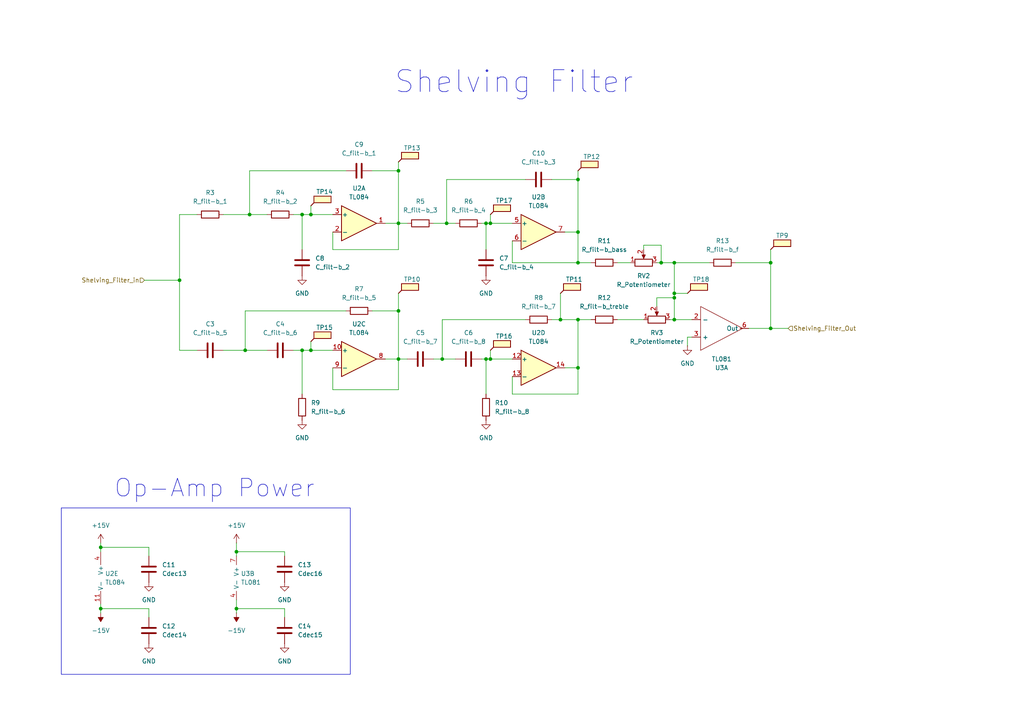
<source format=kicad_sch>
(kicad_sch (version 20231120) (generator "eeschema") (generator_version "8.0")
  (paper "A4")
  (lib_symbols
    (symbol "Amplifier_Operational:TL084" (pin_names (offset 0.127))
      (property "Reference" "U" (at 0 5.08 0))
      (property "Value" "TL084" (at 0 -5.08 0))
      (symbol "TL084_1_1"
        (polyline (pts (xy -5.08 5.08) (xy 5.08 0) (xy -5.08 -5.08) (xy -5.08 5.08)) (stroke (width 0.254)) (fill (type background)))
        (pin output line (at 7.62 0 180) (length 2.54) (name "~") (number "1"))
        (pin input line (at -7.62 -2.54 0) (length 2.54) (name "-") (number "2"))
        (pin input line (at -7.62 2.54 0) (length 2.54) (name "+") (number "3"))
      )
      (symbol "TL084_2_1"
        (polyline (pts (xy -5.08 5.08) (xy 5.08 0) (xy -5.08 -5.08) (xy -5.08 5.08)) (stroke (width 0.254)) (fill (type background)))
        (pin input line (at -7.62 2.54 0) (length 2.54) (name "+") (number "5"))
        (pin input line (at -7.62 -2.54 0) (length 2.54) (name "-") (number "6"))
        (pin output line (at 7.62 0 180) (length 2.54) (name "~") (number "7"))
      )
      (symbol "TL084_3_1"
        (polyline (pts (xy -5.08 5.08) (xy 5.08 0) (xy -5.08 -5.08) (xy -5.08 5.08)) (stroke (width 0.254)) (fill (type background)))
        (pin input line (at -7.62 2.54 0) (length 2.54) (name "+") (number "10"))
        (pin output line (at 7.62 0 180) (length 2.54) (name "~") (number "8"))
        (pin input line (at -7.62 -2.54 0) (length 2.54) (name "-") (number "9"))
      )
      (symbol "TL084_4_1"
        (polyline (pts (xy -5.08 5.08) (xy 5.08 0) (xy -5.08 -5.08) (xy -5.08 5.08)) (stroke (width 0.254)) (fill (type background)))
        (pin input line (at -7.62 2.54 0) (length 2.54) (name "+") (number "12"))
        (pin input line (at -7.62 -2.54 0) (length 2.54) (name "-") (number "13"))
        (pin output line (at 7.62 0 180) (length 2.54) (name "~") (number "14"))
      )
      (symbol "TL084_5_1"
        (pin power_in line (at -2.54 -7.62 90) (length 3.81) (name "V-") (number "11"))
        (pin power_in line (at -2.54 7.62 270) (length 3.81) (name "V+") (number "4"))
      )
    )
    (symbol "Connector:TestPoint_Flag" (pin_numbers hide) (pin_names (offset 0.762) hide)
      (property "Reference" "TP" (at 3.429 1.778 0))
      (property "Value" "TestPoint_Flag" (at 3.302 4.191 0))
      (symbol "TestPoint_Flag_0_1"
        (polyline (pts (xy 0 0) (xy 0.889 0.889)) (stroke (width 0.254)))
        (rectangle (start 0.889 2.794) (end 5.842 0.889) (stroke (width 0.254)) (fill (type background)))
      )
      (symbol "TestPoint_Flag_1_1"
        (pin passive line (at 0 0 90) (length 0) (name "1") (number "1"))
      )
    )
    (symbol "Custom_parts:TL081"
      (property "Reference" "U" (at 5.08 10.922 0))
      (property "Value" "TL081" (at 5.334 8.636 0))
      (symbol "TL081_1_1"
        (polyline (pts (xy 0 6.35) (xy 0 -6.35) (xy 12.192 0) (xy 0 6.35)))
        (pin no_connect line (at 2.54 -7.62 90) (length 2.54) hide (name "NC") (number "1"))
        (pin input line (at -2.54 -2.54 0) (length 2.54) (name "-") (number "2"))
        (pin input line (at -2.54 2.54 0) (length 2.54) (name "+") (number "3"))
        (pin no_connect line (at 7.62 -5.08 90) (length 2.54) hide (name "NC") (number "5"))
        (pin bidirectional line (at 13.97 0 180) (length 2.54) (name "Out") (number "6"))
        (pin no_connect line (at 2.54 7.62 270) (length 2.54) hide (name "NC") (number "8"))
      )
      (symbol "TL081_2_1"
        (pin power_in line (at 0 -6.35 90) (length 2.54) (name "V-") (number "4"))
        (pin power_in line (at 0 6.35 270) (length 2.54) (name "V+") (number "7"))
      )
    )
    (symbol "Device:C" (pin_numbers hide) (pin_names (offset 0.254))
      (property "Reference" "C" (at 0.635 2.54 0))
      (property "Value" "C" (at 0.635 -2.54 0))
      (symbol "C_0_1"
        (polyline (pts (xy -2.032 -0.762) (xy 2.032 -0.762)) (stroke (width 0.508)))
        (polyline (pts (xy -2.032 0.762) (xy 2.032 0.762)) (stroke (width 0.508)))
      )
      (symbol "C_1_1"
        (pin passive line (at 0 3.81 270) (length 2.794) (name "~") (number "1"))
        (pin passive line (at 0 -3.81 90) (length 2.794) (name "~") (number "2"))
      )
    )
    (symbol "Device:R" (pin_numbers hide) (pin_names (offset 0))
      (property "Reference" "R" (at 2.032 0 90))
      (property "Value" "R" (at 0 0 90))
      (symbol "R_0_1"
        (rectangle (start -1.016 -2.54) (end 1.016 2.54) (stroke (width 0.254)))
      )
      (symbol "R_1_1"
        (pin passive line (at 0 3.81 270) (length 1.27) (name "~") (number "1"))
        (pin passive line (at 0 -3.81 90) (length 1.27) (name "~") (number "2"))
      )
    )
    (symbol "Device:R_Potentiometer" (pin_names (offset 1.016) hide)
      (property "Reference" "RV" (at -4.445 0 90))
      (property "Value" "R_Potentiometer" (at -2.54 0 90))
      (symbol "R_Potentiometer_0_1"
        (polyline (pts (xy 2.54 0) (xy 1.524 0)))
        (polyline (pts (xy 1.143 0) (xy 2.286 0.508) (xy 2.286 -0.508) (xy 1.143 0)) (fill (type outline)))
        (rectangle (start 1.016 2.54) (end -1.016 -2.54) (stroke (width 0.254)))
      )
      (symbol "R_Potentiometer_1_1"
        (pin passive line (at 0 3.81 270) (length 1.27) (name "1") (number "1"))
        (pin passive line (at 3.81 0 180) (length 1.27) (name "2") (number "2"))
        (pin passive line (at 0 -3.81 90) (length 1.27) (name "3") (number "3"))
      )
    )
    (symbol "power:+15V" (power) (pin_numbers hide) (pin_names (offset 0) hide)
      (property "Value" "+15V" (at 0 3.556 0))
      (symbol "+15V_0_1"
        (polyline (pts (xy -0.762 1.27) (xy 0 2.54)))
        (polyline (pts (xy 0 0) (xy 0 2.54)))
        (polyline (pts (xy 0 2.54) (xy 0.762 1.27)))
      )
      (symbol "+15V_1_1"
        (pin power_in line (at 0 0 90) (length 0) (name "~") (number "1"))
      )
    )
    (symbol "power:-15V" (power) (pin_numbers hide) (pin_names (offset 0) hide)
      (property "Value" "-15V" (at 0 3.556 0))
      (symbol "-15V_0_0"
        (pin power_in line (at 0 0 90) (length 0) (name "~") (number "1"))
      )
      (symbol "-15V_0_1"
        (polyline (pts (xy 0 0) (xy 0 1.27) (xy 0.762 1.27) (xy 0 2.54) (xy -0.762 1.27) (xy 0 1.27)) (fill (type outline)))
      )
    )
    (symbol "power:GND" (power) (pin_numbers hide) (pin_names (offset 0) hide)
      (property "Value" "GND" (at 0 -3.81 0))
      (symbol "GND_0_1"
        (polyline (pts (xy 0 0) (xy 0 -1.27) (xy 1.27 -1.27) (xy 0 -2.54) (xy -1.27 -1.27) (xy 0 -1.27)))
      )
      (symbol "GND_1_1"
        (pin power_in line (at 0 0 270) (length 0) (name "~") (number "1"))
      )
    )
  )
  (junction (at 72.39 62.23))
  (junction (at 90.17 101.6))
  (junction (at 87.63 101.6))
  (junction (at 167.64 92.71))
  (junction (at 52.07 81.28))
  (junction (at 162.56 92.71))
  (junction (at 195.58 85.09))
  (junction (at 167.64 76.2))
  (junction (at 87.63 62.23))
  (junction (at 115.57 104.14))
  (junction (at 142.24 104.14))
  (junction (at 195.58 92.71))
  (junction (at 29.21 158.75))
  (junction (at 128.27 104.14))
  (junction (at 167.64 67.31))
  (junction (at 195.58 76.2))
  (junction (at 115.57 64.77))
  (junction (at 142.24 64.77))
  (junction (at 129.54 64.77))
  (junction (at 223.52 76.2))
  (junction (at 29.21 176.53))
  (junction (at 68.58 160.02))
  (junction (at 167.64 106.68))
  (junction (at 140.97 104.14))
  (junction (at 140.97 64.77))
  (junction (at 191.77 76.2))
  (junction (at 115.57 90.17))
  (junction (at 223.52 95.25))
  (junction (at 195.58 86.36))
  (junction (at 68.58 176.53))
  (junction (at 167.64 52.07))
  (junction (at 90.17 62.23))
  (junction (at 115.57 49.53))
  (junction (at 71.12 101.6))
  (wire (pts (xy 167.64 76.2) (xy 171.45 76.2)))
  (wire (pts (xy 152.4 52.07) (xy 129.54 52.07)))
  (wire (pts (xy 85.09 101.6) (xy 87.63 101.6)))
  (wire (pts (xy 115.57 104.14) (xy 118.11 104.14)))
  (wire (pts (xy 199.39 97.79) (xy 200.66 97.79)))
  (wire (pts (xy 52.07 62.23) (xy 57.15 62.23)))
  (wire (pts (xy 179.07 76.2) (xy 182.88 76.2)))
  (wire (pts (xy 85.09 62.23) (xy 87.63 62.23)))
  (wire (pts (xy 43.18 158.75) (xy 29.21 158.75)))
  (wire (pts (xy 140.97 104.14) (xy 140.97 114.3)))
  (wire (pts (xy 68.58 176.53) (xy 68.58 173.99)))
  (wire (pts (xy 82.55 160.02) (xy 68.58 160.02)))
  (wire (pts (xy 72.39 49.53) (xy 72.39 62.23)))
  (wire (pts (xy 140.97 104.14) (xy 142.24 104.14)))
  (wire (pts (xy 142.24 64.77) (xy 148.59 64.77)))
  (wire (pts (xy 43.18 176.53) (xy 29.21 176.53)))
  (wire (pts (xy 43.18 161.29) (xy 43.18 158.75)))
  (wire (pts (xy 115.57 104.14) (xy 111.76 104.14)))
  (wire (pts (xy 195.58 76.2) (xy 205.74 76.2)))
  (wire (pts (xy 96.52 67.31) (xy 96.52 72.39)))
  (wire (pts (xy 191.77 76.2) (xy 195.58 76.2)))
  (wire (pts (xy 195.58 86.36) (xy 195.58 92.71)))
  (wire (pts (xy 52.07 81.28) (xy 41.91 81.28)))
  (wire (pts (xy 186.69 71.12) (xy 191.77 71.12)))
  (wire (pts (xy 129.54 64.77) (xy 132.08 64.77)))
  (wire (pts (xy 179.07 92.71) (xy 186.69 92.71)))
  (wire (pts (xy 96.52 106.68) (xy 96.52 113.03)))
  (wire (pts (xy 72.39 62.23) (xy 77.47 62.23)))
  (wire (pts (xy 167.64 52.07) (xy 167.64 67.31)))
  (wire (pts (xy 71.12 90.17) (xy 71.12 101.6)))
  (wire (pts (xy 160.02 52.07) (xy 167.64 52.07)))
  (wire (pts (xy 52.07 101.6) (xy 57.15 101.6)))
  (wire (pts (xy 167.64 106.68) (xy 163.83 106.68)))
  (wire (pts (xy 199.39 100.33) (xy 199.39 97.79)))
  (wire (pts (xy 139.7 64.77) (xy 140.97 64.77)))
  (wire (pts (xy 96.52 113.03) (xy 115.57 113.03)))
  (wire (pts (xy 96.52 72.39) (xy 115.57 72.39)))
  (wire (pts (xy 128.27 92.71) (xy 128.27 104.14)))
  (wire (pts (xy 87.63 101.6) (xy 90.17 101.6)))
  (wire (pts (xy 115.57 49.53) (xy 115.57 64.77)))
  (wire (pts (xy 195.58 85.09) (xy 195.58 86.36)))
  (wire (pts (xy 160.02 92.71) (xy 162.56 92.71)))
  (wire (pts (xy 29.21 158.75) (xy 29.21 160.02)))
  (wire (pts (xy 142.24 62.23) (xy 142.24 64.77)))
  (wire (pts (xy 190.5 76.2) (xy 191.77 76.2)))
  (wire (pts (xy 162.56 85.09) (xy 162.56 92.71)))
  (wire (pts (xy 125.73 64.77) (xy 129.54 64.77)))
  (wire (pts (xy 190.5 86.36) (xy 195.58 86.36)))
  (wire (pts (xy 68.58 177.8) (xy 68.58 176.53)))
  (wire (pts (xy 167.64 67.31) (xy 163.83 67.31)))
  (wire (pts (xy 190.5 88.9) (xy 190.5 86.36)))
  (wire (pts (xy 100.33 49.53) (xy 72.39 49.53)))
  (wire (pts (xy 223.52 95.25) (xy 228.6 95.25)))
  (wire (pts (xy 115.57 46.99) (xy 115.57 49.53)))
  (wire (pts (xy 43.18 179.07) (xy 43.18 176.53)))
  (wire (pts (xy 191.77 71.12) (xy 191.77 76.2)))
  (wire (pts (xy 162.56 92.71) (xy 167.64 92.71)))
  (wire (pts (xy 82.55 179.07) (xy 82.55 176.53)))
  (wire (pts (xy 152.4 92.71) (xy 128.27 92.71)))
  (wire (pts (xy 148.59 114.3) (xy 167.64 114.3)))
  (wire (pts (xy 52.07 81.28) (xy 52.07 101.6)))
  (wire (pts (xy 115.57 64.77) (xy 118.11 64.77)))
  (wire (pts (xy 167.64 114.3) (xy 167.64 106.68)))
  (wire (pts (xy 167.64 92.71) (xy 167.64 106.68)))
  (wire (pts (xy 167.64 76.2) (xy 167.64 67.31)))
  (wire (pts (xy 213.36 76.2) (xy 223.52 76.2)))
  (wire (pts (xy 64.77 62.23) (xy 72.39 62.23)))
  (wire (pts (xy 115.57 113.03) (xy 115.57 104.14)))
  (wire (pts (xy 194.31 92.71) (xy 195.58 92.71)))
  (wire (pts (xy 82.55 176.53) (xy 68.58 176.53)))
  (wire (pts (xy 115.57 64.77) (xy 111.76 64.77)))
  (wire (pts (xy 148.59 76.2) (xy 167.64 76.2)))
  (wire (pts (xy 87.63 62.23) (xy 87.63 72.39)))
  (wire (pts (xy 223.52 72.39) (xy 223.52 76.2)))
  (wire (pts (xy 107.95 49.53) (xy 115.57 49.53)))
  (wire (pts (xy 29.21 177.8) (xy 29.21 176.53)))
  (wire (pts (xy 195.58 92.71) (xy 200.66 92.71)))
  (wire (pts (xy 87.63 101.6) (xy 87.63 114.3)))
  (wire (pts (xy 68.58 157.48) (xy 68.58 160.02)))
  (wire (pts (xy 68.58 160.02) (xy 68.58 161.29)))
  (wire (pts (xy 115.57 85.09) (xy 115.57 90.17)))
  (wire (pts (xy 125.73 104.14) (xy 128.27 104.14)))
  (wire (pts (xy 71.12 101.6) (xy 77.47 101.6)))
  (wire (pts (xy 142.24 104.14) (xy 148.59 104.14)))
  (wire (pts (xy 195.58 76.2) (xy 195.58 85.09)))
  (wire (pts (xy 128.27 104.14) (xy 132.08 104.14)))
  (wire (pts (xy 29.21 176.53) (xy 29.21 175.26)))
  (wire (pts (xy 223.52 76.2) (xy 223.52 95.25)))
  (wire (pts (xy 90.17 59.69) (xy 90.17 62.23)))
  (wire (pts (xy 90.17 62.23) (xy 96.52 62.23)))
  (wire (pts (xy 52.07 62.23) (xy 52.07 81.28)))
  (wire (pts (xy 100.33 90.17) (xy 71.12 90.17)))
  (wire (pts (xy 199.39 85.09) (xy 195.58 85.09)))
  (wire (pts (xy 140.97 64.77) (xy 142.24 64.77)))
  (wire (pts (xy 139.7 104.14) (xy 140.97 104.14)))
  (wire (pts (xy 90.17 99.06) (xy 90.17 101.6)))
  (wire (pts (xy 107.95 90.17) (xy 115.57 90.17)))
  (wire (pts (xy 90.17 101.6) (xy 96.52 101.6)))
  (wire (pts (xy 29.21 157.48) (xy 29.21 158.75)))
  (wire (pts (xy 87.63 62.23) (xy 90.17 62.23)))
  (wire (pts (xy 64.77 101.6) (xy 71.12 101.6)))
  (wire (pts (xy 148.59 69.85) (xy 148.59 76.2)))
  (wire (pts (xy 167.64 92.71) (xy 171.45 92.71)))
  (wire (pts (xy 167.64 49.53) (xy 167.64 52.07)))
  (wire (pts (xy 186.69 72.39) (xy 186.69 71.12)))
  (wire (pts (xy 115.57 90.17) (xy 115.57 104.14)))
  (wire (pts (xy 142.24 101.6) (xy 142.24 104.14)))
  (wire (pts (xy 129.54 52.07) (xy 129.54 64.77)))
  (wire (pts (xy 148.59 109.22) (xy 148.59 114.3)))
  (wire (pts (xy 223.52 95.25) (xy 217.17 95.25)))
  (wire (pts (xy 115.57 72.39) (xy 115.57 64.77)))
  (wire (pts (xy 82.55 161.29) (xy 82.55 160.02)))
  (wire (pts (xy 140.97 64.77) (xy 140.97 72.39)))
  (rectangle (start 17.78 147.32) (end 101.6 195.58))
  (text "Op-Amp Power" (at 62.23 141.732 0) (effects (font (size 5.08 5.08))))
  (text "Shelving Filter" (at 149.098 23.876 0) (effects (font (size 6.35 6.35))))
  (hierarchical_label "Shelving_Filter_Out" (shape input) (at 228.6 95.25 0))
  (hierarchical_label "Shelving_Filter_in" (shape input) (at 41.91 81.28 180))
  (symbol (lib_id "Device:R") (at 140.97 118.11 180) (unit 1)
    (property "Reference" "R10" (at 143.51 116.8399 0) (effects (justify right)))
    (property "Value" "R_filt-b_8" (at 143.51 119.3799 0) (effects (justify right)))
    (property "Footprint" "Resistor_THT:R_Axial_DIN0207_L6.3mm_D2.5mm_P10.16mm_Horizontal" (effects (hide yes)))
    (property "Description" "Resistor" (effects (hide yes)))
  )
  (symbol (lib_id "Connector:TestPoint_Flag") (at 90.17 59.69 0) (unit 1)
    (property "Reference" "TP14" (at 91.694 55.626 0) (effects (justify left)))
    (property "Value" "TestPoint_Flag" (effects (hide yes)))
    (property "Footprint" "TestPoint:TestPoint_Pad_D1.5mm" (effects (hide yes)))
    (property "Description" "test point (alternative flag-style design)" (effects (hide yes)))
  )
  (symbol (lib_id "Device:C") (at 82.55 165.1 180) (unit 1)
    (property "Reference" "C13" (at 86.36 163.8299 0) (effects (justify right)))
    (property "Value" "Cdec16" (at 86.36 166.3699 0) (effects (justify right)))
    (property "Footprint" "Capacitor_THT:C_Disc_D3.0mm_W1.6mm_P2.50mm" (effects (hide yes)))
    (property "Description" "Unpolarized capacitor" (effects (hide yes)))
  )
  (symbol (lib_id "Connector:TestPoint_Flag") (at 115.57 46.99 0) (unit 1)
    (property "Reference" "TP13" (at 117.094 42.926 0) (effects (justify left)))
    (property "Value" "TestPoint_Flag" (effects (hide yes)))
    (property "Footprint" "TestPoint:TestPoint_Pad_D1.5mm" (effects (hide yes)))
    (property "Description" "test point (alternative flag-style design)" (effects (hide yes)))
  )
  (symbol (lib_id "Connector:TestPoint_Flag") (at 162.56 85.09 0) (unit 1)
    (property "Reference" "TP11" (at 164.084 81.026 0) (effects (justify left)))
    (property "Value" "TestPoint_Flag" (effects (hide yes)))
    (property "Footprint" "TestPoint:TestPoint_Pad_D1.5mm" (effects (hide yes)))
    (property "Description" "test point (alternative flag-style design)" (effects (hide yes)))
  )
  (symbol (lib_id "Connector:TestPoint_Flag") (at 223.52 72.39 0) (unit 1)
    (property "Reference" "TP9" (at 225.044 68.326 0) (effects (justify left)))
    (property "Value" "TestPoint_Flag" (effects (hide yes)))
    (property "Footprint" "TestPoint:TestPoint_Pad_D1.5mm" (effects (hide yes)))
    (property "Description" "test point (alternative flag-style design)" (effects (hide yes)))
  )
  (symbol (lib_id "Device:R") (at 135.89 64.77 90) (unit 1)
    (property "Reference" "R6" (at 135.89 58.42 90))
    (property "Value" "R_filt-b_4" (at 135.89 60.96 90))
    (property "Footprint" "Resistor_THT:R_Axial_DIN0207_L6.3mm_D2.5mm_P10.16mm_Horizontal" (effects (hide yes)))
    (property "Description" "Resistor" (effects (hide yes)))
  )
  (symbol (lib_id "Device:R") (at 175.26 92.71 90) (unit 1)
    (property "Reference" "R12" (at 175.26 86.36 90))
    (property "Value" "R_filt-b_treble" (at 175.26 88.9 90))
    (property "Footprint" "Resistor_THT:R_Axial_DIN0207_L6.3mm_D2.5mm_P10.16mm_Horizontal" (effects (hide yes)))
    (property "Description" "Resistor" (effects (hide yes)))
  )
  (symbol (lib_id "Device:R") (at 121.92 64.77 90) (unit 1)
    (property "Reference" "R5" (at 121.92 58.42 90))
    (property "Value" "R_filt-b_3" (at 121.92 60.96 90))
    (property "Footprint" "Resistor_THT:R_Axial_DIN0207_L6.3mm_D2.5mm_P10.16mm_Horizontal" (effects (hide yes)))
    (property "Description" "Resistor" (effects (hide yes)))
  )
  (symbol (lib_id "Device:C") (at 82.55 182.88 180) (unit 1)
    (property "Reference" "C14" (at 86.36 181.6099 0) (effects (justify right)))
    (property "Value" "Cdec15" (at 86.36 184.1499 0) (effects (justify right)))
    (property "Footprint" "Capacitor_THT:C_Disc_D3.0mm_W1.6mm_P2.50mm" (effects (hide yes)))
    (property "Description" "Unpolarized capacitor" (effects (hide yes)))
  )
  (symbol (lib_id "Device:R") (at 87.63 118.11 180) (unit 1)
    (property "Reference" "R9" (at 90.17 116.8399 0) (effects (justify right)))
    (property "Value" "R_filt-b_6" (at 90.17 119.3799 0) (effects (justify right)))
    (property "Footprint" "Resistor_THT:R_Axial_DIN0207_L6.3mm_D2.5mm_P10.16mm_Horizontal" (effects (hide yes)))
    (property "Description" "Resistor" (effects (hide yes)))
  )
  (symbol (lib_id "Device:R_Potentiometer") (at 186.69 76.2 90) (unit 1)
    (property "Reference" "RV2" (at 186.69 80.01 90))
    (property "Value" "R_Potentiometer" (at 186.69 82.55 90))
    (property "Footprint" "Custom_parts:Trim Pot" (effects (hide yes)))
    (property "Description" "Potentiometer" (effects (hide yes)))
  )
  (symbol (lib_id "power:GND") (at 140.97 80.01 0) (unit 1)
    (property "Reference" "#PWR010" (effects (hide yes)))
    (property "Value" "GND" (at 140.97 85.09 0))
    (property "Description" "Power symbol creates a global label with name \"GND\" , ground" (effects (hide yes)))
  )
  (symbol (lib_id "Device:C") (at 60.96 101.6 90) (unit 1)
    (property "Reference" "C3" (at 60.96 93.98 90))
    (property "Value" "C_filt-b_5" (at 60.96 96.52 90))
    (property "Footprint" "Capacitor_THT:C_Disc_D3.0mm_W1.6mm_P2.50mm" (effects (hide yes)))
    (property "Description" "Unpolarized capacitor" (effects (hide yes)))
  )
  (symbol (lib_id "Connector:TestPoint_Flag") (at 167.64 49.53 0) (unit 1)
    (property "Reference" "TP12" (at 169.164 45.466 0) (effects (justify left)))
    (property "Value" "TestPoint_Flag" (effects (hide yes)))
    (property "Footprint" "TestPoint:TestPoint_Pad_D1.5mm" (effects (hide yes)))
    (property "Description" "test point (alternative flag-style design)" (effects (hide yes)))
  )
  (symbol (lib_id "Amplifier_Operational:TL084") (at 104.14 104.14 0) (unit 3)
    (property "Reference" "U2" (at 104.14 93.98 0))
    (property "Value" "TL084" (at 104.14 96.52 0))
    (property "Footprint" "Package_DIP:CERDIP-14_W7.62mm_SideBrazed_LongPads_Socket" (effects (hide yes)))
    (property "Datasheet" "http://www.ti.com/lit/ds/symlink/tl081.pdf" (effects (hide yes)))
    (property "Description" "Quad JFET-Input Operational Amplifiers, DIP-14/SOIC-14/SSOP-14" (effects (hide yes)))
  )
  (symbol (lib_id "power:GND") (at 87.63 121.92 0) (unit 1)
    (property "Reference" "#PWR09" (effects (hide yes)))
    (property "Value" "GND" (at 87.63 127 0))
    (property "Description" "Power symbol creates a global label with name \"GND\" , ground" (effects (hide yes)))
  )
  (symbol (lib_id "Connector:TestPoint_Flag") (at 90.17 99.06 0) (unit 1)
    (property "Reference" "TP15" (at 91.694 94.996 0) (effects (justify left)))
    (property "Value" "TestPoint_Flag" (effects (hide yes)))
    (property "Footprint" "TestPoint:TestPoint_Pad_D1.5mm" (effects (hide yes)))
    (property "Description" "test point (alternative flag-style design)" (effects (hide yes)))
  )
  (symbol (lib_id "power:-15V") (at 68.58 177.8 180) (unit 1)
    (property "Reference" "#PWR017" (effects (hide yes)))
    (property "Value" "-15V" (at 68.58 182.88 0))
    (property "Description" "Power symbol creates a global label with name \"-15V\"" (effects (hide yes)))
  )
  (symbol (lib_id "Custom_parts:TL081") (at 68.58 167.64 0) (unit 2)
    (property "Reference" "U3" (at 69.85 166.3699 0) (effects (justify left)))
    (property "Value" "TL081" (at 69.85 168.9099 0) (effects (justify left)))
    (property "Footprint" "Package_DIP:CERDIP-8_W7.62mm_SideBrazed_LongPads_Socket" (effects (hide yes)))
  )
  (symbol (lib_id "Device:C") (at 135.89 104.14 90) (unit 1)
    (property "Reference" "C6" (at 135.89 96.52 90))
    (property "Value" "C_filt-b_8" (at 135.89 99.06 90))
    (property "Footprint" "Capacitor_THT:C_Disc_D3.0mm_W1.6mm_P2.50mm" (effects (hide yes)))
    (property "Description" "Unpolarized capacitor" (effects (hide yes)))
  )
  (symbol (lib_id "Amplifier_Operational:TL084") (at 104.14 64.77 0) (unit 1)
    (property "Reference" "U2" (at 104.14 54.61 0))
    (property "Value" "TL084" (at 104.14 57.15 0))
    (property "Footprint" "Package_DIP:CERDIP-14_W7.62mm_SideBrazed_LongPads_Socket" (effects (hide yes)))
    (property "Datasheet" "http://www.ti.com/lit/ds/symlink/tl081.pdf" (effects (hide yes)))
    (property "Description" "Quad JFET-Input Operational Amplifiers, DIP-14/SOIC-14/SSOP-14" (effects (hide yes)))
  )
  (symbol (lib_id "Device:C") (at 104.14 49.53 270) (unit 1)
    (property "Reference" "C9" (at 104.14 41.91 90))
    (property "Value" "C_filt-b_1" (at 104.14 44.45 90))
    (property "Footprint" "Capacitor_THT:C_Disc_D3.0mm_W1.6mm_P2.50mm" (effects (hide yes)))
    (property "Description" "Unpolarized capacitor" (effects (hide yes)))
  )
  (symbol (lib_id "Device:R") (at 175.26 76.2 90) (unit 1)
    (property "Reference" "R11" (at 175.26 69.85 90))
    (property "Value" "R_filt-b_bass" (at 175.26 72.39 90))
    (property "Footprint" "Resistor_THT:R_Axial_DIN0207_L6.3mm_D2.5mm_P10.16mm_Horizontal" (effects (hide yes)))
    (property "Description" "Resistor" (effects (hide yes)))
  )
  (symbol (lib_id "power:GND") (at 82.55 186.69 0) (unit 1)
    (property "Reference" "#PWR018" (effects (hide yes)))
    (property "Value" "GND" (at 82.55 191.77 0))
    (property "Description" "Power symbol creates a global label with name \"GND\" , ground" (effects (hide yes)))
  )
  (symbol (lib_id "Device:C") (at 81.28 101.6 90) (unit 1)
    (property "Reference" "C4" (at 81.28 93.98 90))
    (property "Value" "C_filt-b_6" (at 81.28 96.52 90))
    (property "Footprint" "Capacitor_THT:C_Disc_D3.0mm_W1.6mm_P2.50mm" (effects (hide yes)))
    (property "Description" "Unpolarized capacitor" (effects (hide yes)))
  )
  (symbol (lib_id "Amplifier_Operational:TL084") (at 156.21 67.31 0) (unit 2)
    (property "Reference" "U2" (at 156.21 57.15 0))
    (property "Value" "TL084" (at 156.21 59.69 0))
    (property "Footprint" "Package_DIP:CERDIP-14_W7.62mm_SideBrazed_LongPads_Socket" (effects (hide yes)))
    (property "Datasheet" "http://www.ti.com/lit/ds/symlink/tl081.pdf" (effects (hide yes)))
    (property "Description" "Quad JFET-Input Operational Amplifiers, DIP-14/SOIC-14/SSOP-14" (effects (hide yes)))
  )
  (symbol (lib_id "Device:C") (at 87.63 76.2 180) (unit 1)
    (property "Reference" "C8" (at 91.44 74.9299 0) (effects (justify right)))
    (property "Value" "C_filt-b_2" (at 91.44 77.4699 0) (effects (justify right)))
    (property "Footprint" "Capacitor_THT:C_Disc_D3.0mm_W1.6mm_P2.50mm" (effects (hide yes)))
    (property "Description" "Unpolarized capacitor" (effects (hide yes)))
  )
  (symbol (lib_id "power:+15V") (at 68.58 157.48 0) (unit 1)
    (property "Reference" "#PWR016" (effects (hide yes)))
    (property "Value" "+15V" (at 68.58 152.4 0))
    (property "Description" "Power symbol creates a global label with name \"+15V\"" (effects (hide yes)))
  )
  (symbol (lib_id "power:GND") (at 43.18 186.69 0) (unit 1)
    (property "Reference" "#PWR015" (effects (hide yes)))
    (property "Value" "GND" (at 43.18 191.77 0))
    (property "Description" "Power symbol creates a global label with name \"GND\" , ground" (effects (hide yes)))
  )
  (symbol (lib_id "power:+15V") (at 29.21 157.48 0) (unit 1)
    (property "Reference" "#PWR012" (effects (hide yes)))
    (property "Value" "+15V" (at 29.21 152.4 0))
    (property "Description" "Power symbol creates a global label with name \"+15V\"" (effects (hide yes)))
  )
  (symbol (lib_id "power:GND") (at 199.39 100.33 0) (unit 1)
    (property "Reference" "#PWR020" (effects (hide yes)))
    (property "Value" "GND" (at 199.39 105.41 0))
    (property "Description" "Power symbol creates a global label with name \"GND\" , ground" (effects (hide yes)))
  )
  (symbol (lib_id "power:-15V") (at 29.21 177.8 180) (unit 1)
    (property "Reference" "#PWR013" (effects (hide yes)))
    (property "Value" "-15V" (at 29.21 182.88 0))
    (property "Description" "Power symbol creates a global label with name \"-15V\"" (effects (hide yes)))
  )
  (symbol (lib_id "power:GND") (at 82.55 168.91 0) (unit 1)
    (property "Reference" "#PWR019" (effects (hide yes)))
    (property "Value" "GND" (at 82.55 173.99 0))
    (property "Description" "Power symbol creates a global label with name \"GND\" , ground" (effects (hide yes)))
  )
  (symbol (lib_id "Connector:TestPoint_Flag") (at 115.57 85.09 0) (unit 1)
    (property "Reference" "TP10" (at 117.094 81.026 0) (effects (justify left)))
    (property "Value" "TestPoint_Flag" (effects (hide yes)))
    (property "Footprint" "TestPoint:TestPoint_Pad_D1.5mm" (effects (hide yes)))
    (property "Description" "test point (alternative flag-style design)" (effects (hide yes)))
  )
  (symbol (lib_id "Device:R") (at 209.55 76.2 90) (unit 1)
    (property "Reference" "R13" (at 209.55 69.85 90))
    (property "Value" "R_filt-b_f" (at 209.55 72.39 90))
    (property "Footprint" "Resistor_THT:R_Axial_DIN0207_L6.3mm_D2.5mm_P10.16mm_Horizontal" (effects (hide yes)))
    (property "Description" "Resistor" (effects (hide yes)))
  )
  (symbol (lib_id "power:GND") (at 87.63 80.01 0) (unit 1)
    (property "Reference" "#PWR08" (effects (hide yes)))
    (property "Value" "GND" (at 87.63 85.09 0))
    (property "Description" "Power symbol creates a global label with name \"GND\" , ground" (effects (hide yes)))
  )
  (symbol (lib_id "Custom_parts:TL081") (at 203.2 95.25 0) (mirror x) (unit 1)
    (property "Reference" "U3" (at 209.296 106.68 0))
    (property "Value" "TL081" (at 209.296 104.14 0))
    (property "Footprint" "Package_DIP:CERDIP-8_W7.62mm_SideBrazed_LongPads_Socket" (effects (hide yes)))
  )
  (symbol (lib_id "power:GND") (at 140.97 121.92 0) (unit 1)
    (property "Reference" "#PWR011" (effects (hide yes)))
    (property "Value" "GND" (at 140.97 127 0))
    (property "Description" "Power symbol creates a global label with name \"GND\" , ground" (effects (hide yes)))
  )
  (symbol (lib_id "Device:C") (at 156.21 52.07 270) (unit 1)
    (property "Reference" "C10" (at 156.21 44.45 90))
    (property "Value" "C_filt-b_3" (at 156.21 46.99 90))
    (property "Footprint" "Capacitor_THT:C_Disc_D3.0mm_W1.6mm_P2.50mm" (effects (hide yes)))
    (property "Description" "Unpolarized capacitor" (effects (hide yes)))
  )
  (symbol (lib_id "Device:C") (at 121.92 104.14 90) (unit 1)
    (property "Reference" "C5" (at 121.92 96.52 90))
    (property "Value" "C_filt-b_7" (at 121.92 99.06 90))
    (property "Footprint" "Capacitor_THT:C_Disc_D3.0mm_W1.6mm_P2.50mm" (effects (hide yes)))
    (property "Description" "Unpolarized capacitor" (effects (hide yes)))
  )
  (symbol (lib_id "Device:C") (at 140.97 76.2 180) (unit 1)
    (property "Reference" "C7" (at 144.78 74.9299 0) (effects (justify right)))
    (property "Value" "C_filt-b_4" (at 144.78 77.4699 0) (effects (justify right)))
    (property "Footprint" "Capacitor_THT:C_Disc_D3.0mm_W1.6mm_P2.50mm" (effects (hide yes)))
    (property "Description" "Unpolarized capacitor" (effects (hide yes)))
  )
  (symbol (lib_id "power:GND") (at 43.18 168.91 0) (unit 1)
    (property "Reference" "#PWR014" (effects (hide yes)))
    (property "Value" "GND" (at 43.18 173.99 0))
    (property "Description" "Power symbol creates a global label with name \"GND\" , ground" (effects (hide yes)))
  )
  (symbol (lib_id "Amplifier_Operational:TL084") (at 156.21 106.68 0) (unit 4)
    (property "Reference" "U2" (at 156.21 96.52 0))
    (property "Value" "TL084" (at 156.21 99.06 0))
    (property "Footprint" "Package_DIP:CERDIP-14_W7.62mm_SideBrazed_LongPads_Socket" (effects (hide yes)))
    (property "Datasheet" "http://www.ti.com/lit/ds/symlink/tl081.pdf" (effects (hide yes)))
    (property "Description" "Quad JFET-Input Operational Amplifiers, DIP-14/SOIC-14/SSOP-14" (effects (hide yes)))
  )
  (symbol (lib_id "Device:R") (at 81.28 62.23 90) (unit 1)
    (property "Reference" "R4" (at 81.28 55.88 90))
    (property "Value" "R_filt-b_2" (at 81.28 58.42 90))
    (property "Footprint" "Resistor_THT:R_Axial_DIN0207_L6.3mm_D2.5mm_P10.16mm_Horizontal" (effects (hide yes)))
    (property "Description" "Resistor" (effects (hide yes)))
  )
  (symbol (lib_id "Device:R") (at 60.96 62.23 90) (unit 1)
    (property "Reference" "R3" (at 60.96 55.88 90))
    (property "Value" "R_filt-b_1" (at 60.96 58.42 90))
    (property "Footprint" "Resistor_THT:R_Axial_DIN0207_L6.3mm_D2.5mm_P10.16mm_Horizontal" (effects (hide yes)))
    (property "Description" "Resistor" (effects (hide yes)))
  )
  (symbol (lib_id "Amplifier_Operational:TL084") (at 31.75 167.64 0) (unit 5)
    (property "Reference" "U2" (at 30.48 166.3699 0) (effects (justify left)))
    (property "Value" "TL084" (at 30.48 168.9099 0) (effects (justify left)))
    (property "Footprint" "Package_DIP:CERDIP-14_W7.62mm_SideBrazed_LongPads_Socket" (effects (hide yes)))
    (property "Datasheet" "http://www.ti.com/lit/ds/symlink/tl081.pdf" (effects (hide yes)))
    (property "Description" "Quad JFET-Input Operational Amplifiers, DIP-14/SOIC-14/SSOP-14" (effects (hide yes)))
  )
  (symbol (lib_id "Device:C") (at 43.18 165.1 180) (unit 1)
    (property "Reference" "C11" (at 46.99 163.8299 0) (effects (justify right)))
    (property "Value" "Cdec13" (at 46.99 166.3699 0) (effects (justify right)))
    (property "Footprint" "Capacitor_THT:C_Disc_D3.0mm_W1.6mm_P2.50mm" (effects (hide yes)))
    (property "Description" "Unpolarized capacitor" (effects (hide yes)))
  )
  (symbol (lib_id "Connector:TestPoint_Flag") (at 199.39 85.09 0) (unit 1)
    (property "Reference" "TP18" (at 200.914 81.026 0) (effects (justify left)))
    (property "Value" "TestPoint_Flag" (effects (hide yes)))
    (property "Footprint" "TestPoint:TestPoint_Pad_D1.5mm" (effects (hide yes)))
    (property "Description" "test point (alternative flag-style design)" (effects (hide yes)))
  )
  (symbol (lib_id "Connector:TestPoint_Flag") (at 142.24 101.6 0) (unit 1)
    (property "Reference" "TP16" (at 143.764 97.536 0) (effects (justify left)))
    (property "Value" "TestPoint_Flag" (effects (hide yes)))
    (property "Footprint" "TestPoint:TestPoint_Pad_D1.5mm" (effects (hide yes)))
    (property "Description" "test point (alternative flag-style design)" (effects (hide yes)))
  )
  (symbol (lib_id "Connector:TestPoint_Flag") (at 142.24 62.23 0) (unit 1)
    (property "Reference" "TP17" (at 143.764 58.166 0) (effects (justify left)))
    (property "Value" "TestPoint_Flag" (effects (hide yes)))
    (property "Footprint" "TestPoint:TestPoint_Pad_D1.5mm" (effects (hide yes)))
    (property "Description" "test point (alternative flag-style design)" (effects (hide yes)))
  )
  (symbol (lib_id "Device:R") (at 156.21 92.71 90) (unit 1)
    (property "Reference" "R8" (at 156.21 86.36 90))
    (property "Value" "R_filt-b_7" (at 156.21 88.9 90))
    (property "Footprint" "Resistor_THT:R_Axial_DIN0207_L6.3mm_D2.5mm_P10.16mm_Horizontal" (effects (hide yes)))
    (property "Description" "Resistor" (effects (hide yes)))
  )
  (symbol (lib_id "Device:C") (at 43.18 182.88 0) (unit 1)
    (property "Reference" "C12" (at 46.99 181.6099 0) (effects (justify left)))
    (property "Value" "Cdec14" (at 46.99 184.1499 0) (effects (justify left)))
    (property "Footprint" "Capacitor_THT:C_Disc_D3.0mm_W1.6mm_P2.50mm" (effects (hide yes)))
    (property "Description" "Unpolarized capacitor" (effects (hide yes)))
  )
  (symbol (lib_id "Device:R_Potentiometer") (at 190.5 92.71 90) (unit 1)
    (property "Reference" "RV3" (at 190.5 96.52 90))
    (property "Value" "R_Potentiometer" (at 190.5 99.06 90))
    (property "Footprint" "Custom_parts:Trim Pot" (effects (hide yes)))
    (property "Description" "Potentiometer" (effects (hide yes)))
  )
  (symbol (lib_id "Device:R") (at 104.14 90.17 90) (unit 1)
    (property "Reference" "R7" (at 104.14 83.82 90))
    (property "Value" "R_filt-b_5" (at 104.14 86.36 90))
    (property "Footprint" "Resistor_THT:R_Axial_DIN0207_L6.3mm_D2.5mm_P10.16mm_Horizontal" (effects (hide yes)))
    (property "Description" "Resistor" (effects (hide yes)))
  )
)
</source>
